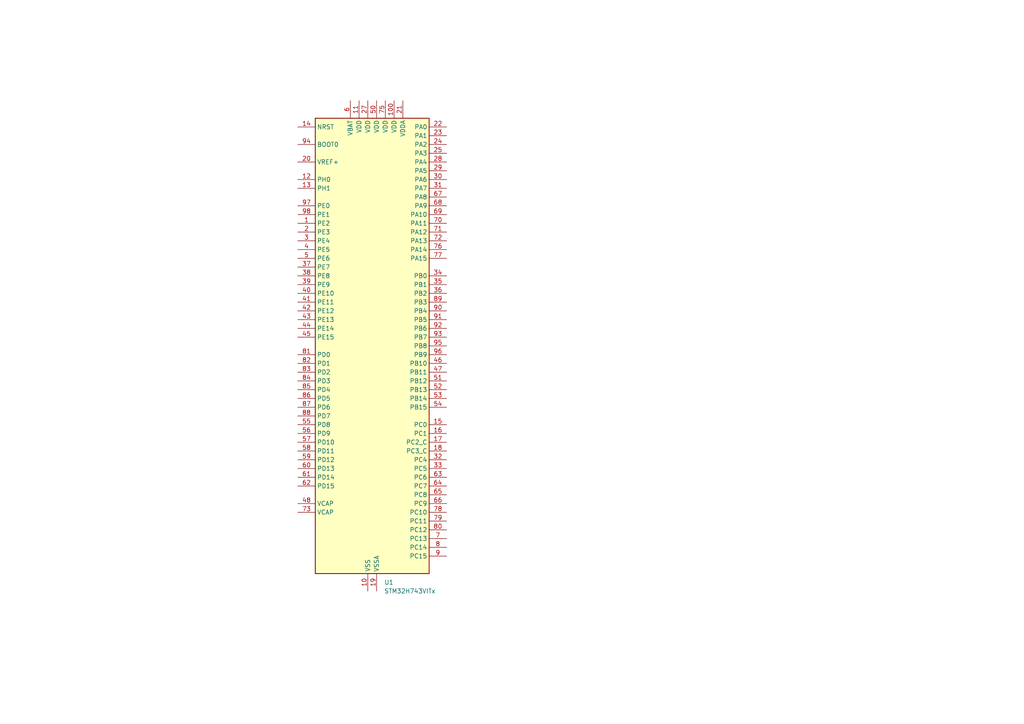
<source format=kicad_sch>
(kicad_sch (version 20231120) (generator "eeschema") (generator_version "8.0")
  (paper "A4")
  (lib_symbols
    (symbol "MCU_ST_STM32H7:STM32H743VITx"
      (property "Reference" "U" (at -15.24 67.31 0))
      (property "Value" "STM32H743VITx" (at 12.7 67.31 0))
      (symbol "STM32H743VITx_0_1"
        (rectangle (start -15.24 -66.04) (end 17.78 66.04) (stroke (width 0.254)) (fill (type background)))
      )
      (symbol "STM32H743VITx_1_1"
        (pin bidirectional line (at -20.32 35.56 0) (length 5.08) (name "PE2") (number "1"))
        (pin power_in line (at 0 -71.12 90) (length 5.08) (name "VSS") (number "10"))
        (pin power_in line (at 7.62 71.12 270) (length 5.08) (name "VDD") (number "100"))
        (pin power_in line (at -2.54 71.12 270) (length 5.08) (name "VDD") (number "11"))
        (pin bidirectional line (at -20.32 48.26 0) (length 5.08) (name "PH0") (number "12"))
        (pin bidirectional line (at -20.32 45.72 0) (length 5.08) (name "PH1") (number "13"))
        (pin input line (at -20.32 63.5 0) (length 5.08) (name "NRST") (number "14"))
        (pin bidirectional line (at 22.86 -22.86 180) (length 5.08) (name "PC0") (number "15"))
        (pin bidirectional line (at 22.86 -25.4 180) (length 5.08) (name "PC1") (number "16"))
        (pin bidirectional line (at 22.86 -27.94 180) (length 5.08) (name "PC2_C") (number "17"))
        (pin bidirectional line (at 22.86 -30.48 180) (length 5.08) (name "PC3_C") (number "18"))
        (pin power_in line (at 2.54 -71.12 90) (length 5.08) (name "VSSA") (number "19"))
        (pin bidirectional line (at -20.32 33.02 0) (length 5.08) (name "PE3") (number "2"))
        (pin input line (at -20.32 53.34 0) (length 5.08) (name "VREF+") (number "20"))
        (pin power_in line (at 10.16 71.12 270) (length 5.08) (name "VDDA") (number "21"))
        (pin bidirectional line (at 22.86 63.5 180) (length 5.08) (name "PA0") (number "22"))
        (pin bidirectional line (at 22.86 60.96 180) (length 5.08) (name "PA1") (number "23"))
        (pin bidirectional line (at 22.86 58.42 180) (length 5.08) (name "PA2") (number "24"))
        (pin bidirectional line (at 22.86 55.88 180) (length 5.08) (name "PA3") (number "25"))
        (pin passive line (at 0 -71.12 90) (length 5.08) hide (name "VSS") (number "26"))
        (pin power_in line (at 0 71.12 270) (length 5.08) (name "VDD") (number "27"))
        (pin bidirectional line (at 22.86 53.34 180) (length 5.08) (name "PA4") (number "28"))
        (pin bidirectional line (at 22.86 50.8 180) (length 5.08) (name "PA5") (number "29"))
        (pin bidirectional line (at -20.32 30.48 0) (length 5.08) (name "PE4") (number "3"))
        (pin bidirectional line (at 22.86 48.26 180) (length 5.08) (name "PA6") (number "30"))
        (pin bidirectional line (at 22.86 45.72 180) (length 5.08) (name "PA7") (number "31"))
        (pin bidirectional line (at 22.86 -33.02 180) (length 5.08) (name "PC4") (number "32"))
        (pin bidirectional line (at 22.86 -35.56 180) (length 5.08) (name "PC5") (number "33"))
        (pin bidirectional line (at 22.86 20.32 180) (length 5.08) (name "PB0") (number "34"))
        (pin bidirectional line (at 22.86 17.78 180) (length 5.08) (name "PB1") (number "35"))
        (pin bidirectional line (at 22.86 15.24 180) (length 5.08) (name "PB2") (number "36"))
        (pin bidirectional line (at -20.32 22.86 0) (length 5.08) (name "PE7") (number "37"))
        (pin bidirectional line (at -20.32 20.32 0) (length 5.08) (name "PE8") (number "38"))
        (pin bidirectional line (at -20.32 17.78 0) (length 5.08) (name "PE9") (number "39"))
        (pin bidirectional line (at -20.32 27.94 0) (length 5.08) (name "PE5") (number "4"))
        (pin bidirectional line (at -20.32 15.24 0) (length 5.08) (name "PE10") (number "40"))
        (pin bidirectional line (at -20.32 12.7 0) (length 5.08) (name "PE11") (number "41"))
        (pin bidirectional line (at -20.32 10.16 0) (length 5.08) (name "PE12") (number "42"))
        (pin bidirectional line (at -20.32 7.62 0) (length 5.08) (name "PE13") (number "43"))
        (pin bidirectional line (at -20.32 5.08 0) (length 5.08) (name "PE14") (number "44"))
        (pin bidirectional line (at -20.32 2.54 0) (length 5.08) (name "PE15") (number "45"))
        (pin bidirectional line (at 22.86 -5.08 180) (length 5.08) (name "PB10") (number "46"))
        (pin bidirectional line (at 22.86 -7.62 180) (length 5.08) (name "PB11") (number "47"))
        (pin power_out line (at -20.32 -45.72 0) (length 5.08) (name "VCAP") (number "48"))
        (pin passive line (at 0 -71.12 90) (length 5.08) hide (name "VSS") (number "49"))
        (pin bidirectional line (at -20.32 25.4 0) (length 5.08) (name "PE6") (number "5"))
        (pin power_in line (at 2.54 71.12 270) (length 5.08) (name "VDD") (number "50"))
        (pin bidirectional line (at 22.86 -10.16 180) (length 5.08) (name "PB12") (number "51"))
        (pin bidirectional line (at 22.86 -12.7 180) (length 5.08) (name "PB13") (number "52"))
        (pin bidirectional line (at 22.86 -15.24 180) (length 5.08) (name "PB14") (number "53"))
        (pin bidirectional line (at 22.86 -17.78 180) (length 5.08) (name "PB15") (number "54"))
        (pin bidirectional line (at -20.32 -22.86 0) (length 5.08) (name "PD8") (number "55"))
        (pin bidirectional line (at -20.32 -25.4 0) (length 5.08) (name "PD9") (number "56"))
        (pin bidirectional line (at -20.32 -27.94 0) (length 5.08) (name "PD10") (number "57"))
        (pin bidirectional line (at -20.32 -30.48 0) (length 5.08) (name "PD11") (number "58"))
        (pin bidirectional line (at -20.32 -33.02 0) (length 5.08) (name "PD12") (number "59"))
        (pin power_in line (at -5.08 71.12 270) (length 5.08) (name "VBAT") (number "6"))
        (pin bidirectional line (at -20.32 -35.56 0) (length 5.08) (name "PD13") (number "60"))
        (pin bidirectional line (at -20.32 -38.1 0) (length 5.08) (name "PD14") (number "61"))
        (pin bidirectional line (at -20.32 -40.64 0) (length 5.08) (name "PD15") (number "62"))
        (pin bidirectional line (at 22.86 -38.1 180) (length 5.08) (name "PC6") (number "63"))
        (pin bidirectional line (at 22.86 -40.64 180) (length 5.08) (name "PC7") (number "64"))
        (pin bidirectional line (at 22.86 -43.18 180) (length 5.08) (name "PC8") (number "65"))
        (pin bidirectional line (at 22.86 -45.72 180) (length 5.08) (name "PC9") (number "66"))
        (pin bidirectional line (at 22.86 43.18 180) (length 5.08) (name "PA8") (number "67"))
        (pin bidirectional line (at 22.86 40.64 180) (length 5.08) (name "PA9") (number "68"))
        (pin bidirectional line (at 22.86 38.1 180) (length 5.08) (name "PA10") (number "69"))
        (pin bidirectional line (at 22.86 -55.88 180) (length 5.08) (name "PC13") (number "7"))
        (pin bidirectional line (at 22.86 35.56 180) (length 5.08) (name "PA11") (number "70"))
        (pin bidirectional line (at 22.86 33.02 180) (length 5.08) (name "PA12") (number "71"))
        (pin bidirectional line (at 22.86 30.48 180) (length 5.08) (name "PA13") (number "72"))
        (pin power_out line (at -20.32 -48.26 0) (length 5.08) (name "VCAP") (number "73"))
        (pin passive line (at 0 -71.12 90) (length 5.08) hide (name "VSS") (number "74"))
        (pin power_in line (at 5.08 71.12 270) (length 5.08) (name "VDD") (number "75"))
        (pin bidirectional line (at 22.86 27.94 180) (length 5.08) (name "PA14") (number "76"))
        (pin bidirectional line (at 22.86 25.4 180) (length 5.08) (name "PA15") (number "77"))
        (pin bidirectional line (at 22.86 -48.26 180) (length 5.08) (name "PC10") (number "78"))
        (pin bidirectional line (at 22.86 -50.8 180) (length 5.08) (name "PC11") (number "79"))
        (pin bidirectional line (at 22.86 -58.42 180) (length 5.08) (name "PC14") (number "8"))
        (pin bidirectional line (at 22.86 -53.34 180) (length 5.08) (name "PC12") (number "80"))
        (pin bidirectional line (at -20.32 -2.54 0) (length 5.08) (name "PD0") (number "81"))
        (pin bidirectional line (at -20.32 -5.08 0) (length 5.08) (name "PD1") (number "82"))
        (pin bidirectional line (at -20.32 -7.62 0) (length 5.08) (name "PD2") (number "83"))
        (pin bidirectional line (at -20.32 -10.16 0) (length 5.08) (name "PD3") (number "84"))
        (pin bidirectional line (at -20.32 -12.7 0) (length 5.08) (name "PD4") (number "85"))
        (pin bidirectional line (at -20.32 -15.24 0) (length 5.08) (name "PD5") (number "86"))
        (pin bidirectional line (at -20.32 -17.78 0) (length 5.08) (name "PD6") (number "87"))
        (pin bidirectional line (at -20.32 -20.32 0) (length 5.08) (name "PD7") (number "88"))
        (pin bidirectional line (at 22.86 12.7 180) (length 5.08) (name "PB3") (number "89"))
        (pin bidirectional line (at 22.86 -60.96 180) (length 5.08) (name "PC15") (number "9"))
        (pin bidirectional line (at 22.86 10.16 180) (length 5.08) (name "PB4") (number "90"))
        (pin bidirectional line (at 22.86 7.62 180) (length 5.08) (name "PB5") (number "91"))
        (pin bidirectional line (at 22.86 5.08 180) (length 5.08) (name "PB6") (number "92"))
        (pin bidirectional line (at 22.86 2.54 180) (length 5.08) (name "PB7") (number "93"))
        (pin input line (at -20.32 58.42 0) (length 5.08) (name "BOOT0") (number "94"))
        (pin bidirectional line (at 22.86 0 180) (length 5.08) (name "PB8") (number "95"))
        (pin bidirectional line (at 22.86 -2.54 180) (length 5.08) (name "PB9") (number "96"))
        (pin bidirectional line (at -20.32 40.64 0) (length 5.08) (name "PE0") (number "97"))
        (pin bidirectional line (at -20.32 38.1 0) (length 5.08) (name "PE1") (number "98"))
        (pin passive line (at 0 -71.12 90) (length 5.08) hide (name "VSS") (number "99"))
      )
    )
  )
  (symbol (lib_id "MCU_ST_STM32H7:STM32H743VITx") (at 106.68 100.33 0) (unit 1)
    (property "Reference" "U1" (at 111.4141 168.91 0) (effects (justify left)))
    (property "Value" "STM32H743VITx" (at 111.4141 171.45 0) (effects (justify left)))
    (property "Footprint" "Package_QFP:LQFP-100_14x14mm_P0.5mm" (effects (hide yes)))
    (property "Datasheet" "https://www.st.com/resource/en/datasheet/stm32h743vi.pdf" (effects (hide yes)))
    (property "Description" "STMicroelectronics Arm Cortex-M7 MCU, 2048KB flash, 1024KB RAM, 480 MHz, 1.71-3.6V, 82 GPIO, LQFP100" (effects (hide yes)))
  )
)
</source>
